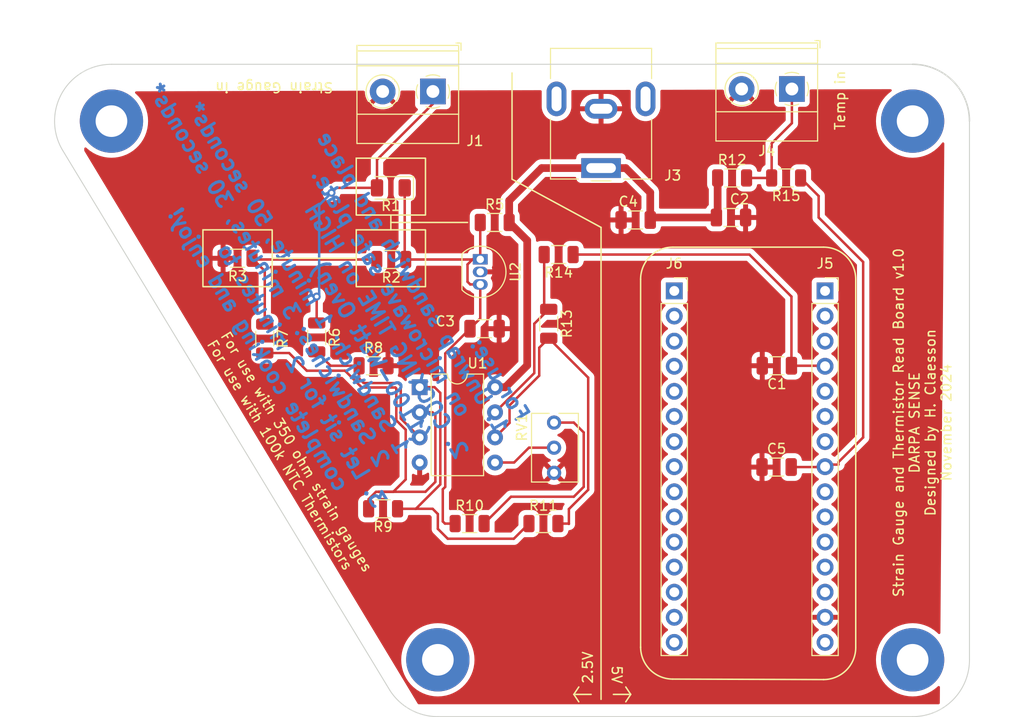
<source format=kicad_pcb>
(kicad_pcb (version 20221018) (generator pcbnew)
  (layers (0 "F.Cu" signal) (31 "B.Cu" signal) (34 "B.Paste" user) (35 "F.Paste" user) (36 "B.SilkS" user "B.Silkscreen") (37 "F.SilkS" user "F.Silkscreen") (38 "B.Mask" user) (39 "F.Mask" user) (44 "Edge.Cuts" user))
  (net 0 "")
  (net 1 "Offset Amp Out")
  (net 2 "GND")
  (net 3 "+5V")
  (net 4 "+2V5")
  (net 5 "Temperature Reading")
  (net 6 "Wheatstone_A")
  (net 7 "Net-(J4-Pin_1)")
  (net 27 "unconnected-(J6-Pin_8-Pad8)")
  (net 31 "unconnected-(J6-Pin_12-Pad12)")
  (net 35 "Wheatstone_B")
  (net 36 "Net-(U1A-+)")
  (net 37 "Net-(U1A--)")
  (net 38 "FG Amp Out")
  (net 39 "Net-(R10-Pad2)")
  (net 40 "Net-(U1B--)")
  (net 41 "Net-(R13-Pad1)")
  (net 42 "Net-(U1B-+)")
  (footprint "Resistor_SMD:R_1206_3216Metric" (layer "F.Cu") (at 134.2875 54.25 180)
    (fp_text reference "R2" (at 0 -1.82) (layer "F.SilkS"))
    (fp_text value "348")
    (fp_line (start -0.727064 -0.91) (end 0.727064 -0.91) (stroke (width 0.12)) (layer "F.SilkS"))
    (fp_line (start -0.727064 0.91) (end 0.727064 0.91) (stroke (width 0.12)) (layer "F.SilkS"))
    (pad "1" smd roundrect (at -1.4625 0 180) (size 1.125 1.75) (layers "F.Cu" "F.Paste" "F.Mask") (roundrect_rratio 0.222222) (net 4 "+2V5"))
    (pad "2" smd roundrect (at 1.4625 0 180) (size 1.125 1.75) (layers "F.Cu" "F.Paste" "F.Mask") (roundrect_rratio 0.222222) (net 35 "Wheatstone_B"))
  )
  (footprint "Resistor_SMD:R_1206_3216Metric" (layer "F.Cu") (at 144.75 50.5)
    (fp_text reference "R5" (at 0 -1.82) (layer "F.SilkS"))
    (fp_text value "110")
    (fp_line (start -0.727064 -0.91) (end 0.727064 -0.91) (stroke (width 0.12)) (layer "F.SilkS"))
    (fp_line (start -0.727064 0.91) (end 0.727064 0.91) (stroke (width 0.12)) (layer "F.SilkS"))
    (pad "1" smd roundrect (at -1.4625 0) (size 1.125 1.75) (layers "F.Cu" "F.Paste" "F.Mask") (roundrect_rratio 0.222222) (net 4 "+2V5"))
    (pad "2" smd roundrect (at 1.4625 0) (size 1.125 1.75) (layers "F.Cu" "F.Paste" "F.Mask") (roundrect_rratio 0.222222) (net 3 "+5V"))
  )
  (footprint "Capacitor_SMD:C_1206_3216Metric" (layer "F.Cu") (at 143.725 61.25)
    (fp_text reference "C3" (at -3.975 -0.75) (layer "F.SilkS"))
    (fp_text value "1uF")
    (fp_line (start -0.711252 -0.91) (end 0.711252 -0.91) (stroke (width 0.12)) (layer "F.SilkS"))
    (fp_line (start -0.711252 0.91) (end 0.711252 0.91) (stroke (width 0.12)) (layer "F.SilkS"))
    (pad "1" smd roundrect (at -1.475 0) (size 1.15 1.8) (layers "F.Cu" "F.Paste" "F.Mask") (roundrect_rratio 0.217391) (net 4 "+2V5"))
    (pad "2" smd roundrect (at 1.475 0) (size 1.15 1.8) (layers "F.Cu" "F.Paste" "F.Mask") (roundrect_rratio 0.217391) (net 2 "GND"))
  )
  (footprint "Capacitor_SMD:C_1206_3216Metric" (layer "F.Cu") (at 173.275 65 180)
    (fp_text reference "C1" (at 0 -1.85) (layer "F.SilkS"))
    (fp_text value "1uF")
    (fp_line (start -0.711252 -0.91) (end 0.711252 -0.91) (stroke (width 0.12)) (layer "F.SilkS"))
    (fp_line (start -0.711252 0.91) (end 0.711252 0.91) (stroke (width 0.12)) (layer "F.SilkS"))
    (pad "1" smd roundrect (at -1.475 0 180) (size 1.15 1.8) (layers "F.Cu" "F.Paste" "F.Mask") (roundrect_rratio 0.217391) (net 1 "Offset Amp Out"))
    (pad "2" smd roundrect (at 1.475 0 180) (size 1.15 1.8) (layers "F.Cu" "F.Paste" "F.Mask") (roundrect_rratio 0.217391) (net 2 "GND"))
  )
  (footprint "Resistor_SMD:R_1206_3216Metric" (layer "F.Cu") (at 151.2125 53.75 180)
    (fp_text reference "R14" (at 0 -1.82) (layer "F.SilkS"))
    (fp_text value "1.96k")
    (fp_line (start -0.727064 -0.91) (end 0.727064 -0.91) (stroke (width 0.12)) (layer "F.SilkS"))
    (fp_line (start -0.727064 0.91) (end 0.727064 0.91) (stroke (width 0.12)) (layer "F.SilkS"))
    (pad "1" smd roundrect (at -1.4625 0 180) (size 1.125 1.75) (layers "F.Cu" "F.Paste" "F.Mask") (roundrect_rratio 0.222222) (net 1 "Offset Amp Out"))
    (pad "2" smd roundrect (at 1.4625 0 180) (size 1.125 1.75) (layers "F.Cu" "F.Paste" "F.Mask") (roundrect_rratio 0.222222) (net 41 "Net-(R13-Pad1)"))
  )
  (footprint "Resistor_SMD:R_1206_3216Metric" (layer "F.Cu") (at 174.2125 46 180)
    (fp_text reference "R15" (at 0 -1.82) (layer "F.SilkS"))
    (fp_text value "10k")
    (fp_line (start -0.727064 -0.91) (end 0.727064 -0.91) (stroke (width 0.12)) (layer "F.SilkS"))
    (fp_line (start -0.727064 0.91) (end 0.727064 0.91) (stroke (width 0.12)) (layer "F.SilkS"))
    (pad "1" smd roundrect (at -1.4625 0 180) (size 1.125 1.75) (layers "F.Cu" "F.Paste" "F.Mask") (roundrect_rratio 0.222222) (net 5 "Temperature Reading"))
    (pad "2" smd roundrect (at 1.4625 0 180) (size 1.125 1.75) (layers "F.Cu" "F.Paste" "F.Mask") (roundrect_rratio 0.222222) (net 7 "Net-(J4-Pin_1)"))
  )
  (footprint "Resistor_SMD:R_1206_3216Metric" (layer "F.Cu") (at 126.75 62.1325 -90)
    (fp_text reference "R6" (at 0 -1.82 90) (layer "F.SilkS"))
    (fp_text value "6.98k")
    (fp_line (start -0.727064 -0.91) (end 0.727064 -0.91) (stroke (width 0.12)) (layer "F.SilkS"))
    (fp_line (start -0.727064 0.91) (end 0.727064 0.91) (stroke (width 0.12)) (layer "F.SilkS"))
    (pad "1" smd roundrect (at -1.4625 0 270) (size 1.125 1.75) (layers "F.Cu" "F.Paste" "F.Mask") (roundrect_rratio 0.222222) (net 6 "Wheatstone_A"))
    (pad "2" smd roundrect (at 1.4625 0 270) (size 1.125 1.75) (layers "F.Cu" "F.Paste" "F.Mask") (roundrect_rratio 0.222222) (net 36 "Net-(U1A-+)"))
  )
  (footprint "Capacitor_SMD:C_1206_3216Metric" (layer "F.Cu") (at 168.64 50)
    (fp_text reference "C2" (at 0.86 -1.85) (layer "F.SilkS"))
    (fp_text value "100nF")
    (fp_line (start -0.711252 -0.91) (end 0.711252 -0.91) (stroke (width 0.12)) (layer "F.SilkS"))
    (fp_line (start -0.711252 0.91) (end 0.711252 0.91) (stroke (width 0.12)) (layer "F.SilkS"))
    (pad "1" smd roundrect (at -1.475 0) (size 1.15 1.8) (layers "F.Cu" "F.Paste" "F.Mask") (roundrect_rratio 0.217391) (net 3 "+5V"))
    (pad "2" smd roundrect (at 1.475 0) (size 1.15 1.8) (layers "F.Cu" "F.Paste" "F.Mask") (roundrect_rratio 0.217391) (net 2 "GND"))
  )
  (footprint "Capacitor_SMD:C_1206_3216Metric" (layer "F.Cu") (at 159 50.25)
    (fp_text reference "C4" (at -0.75 -1.85) (layer "F.SilkS"))
    (fp_text value "220uF")
    (fp_line (start -0.711252 -0.91) (end 0.711252 -0.91) (stroke (width 0.12)) (layer "F.SilkS"))
    (fp_line (start -0.711252 0.91) (end 0.711252 0.91) (stroke (width 0.12)) (layer "F.SilkS"))
    (pad "1" smd roundrect (at -1.475 0) (size 1.15 1.8) (layers "F.Cu" "F.Paste" "F.Mask") (roundrect_rratio 0.217391) (net 2 "GND"))
    (pad "2" smd roundrect (at 1.475 0) (size 1.15 1.8) (layers "F.Cu" "F.Paste" "F.Mask") (roundrect_rratio 0.217391) (net 3 "+5V"))
  )
  (footprint "Resistor_SMD:R_1206_3216Metric" (layer "F.Cu") (at 121.5 62.25 -90)
    (fp_text reference "R7" (at 0 -1.82 90) (layer "F.SilkS"))
    (fp_text value "6.98k")
    (fp_line (start -0.727064 -0.91) (end 0.727064 -0.91) (stroke (width 0.12)) (layer "F.SilkS"))
    (fp_line (start -0.727064 0.91) (end 0.727064 0.91) (stroke (width 0.12)) (layer "F.SilkS"))
    (pad "1" smd roundrect (at -1.4625 0 270) (size 1.125 1.75) (layers "F.Cu" "F.Paste" "F.Mask") (roundrect_rratio 0.222222) (net 35 "Wheatstone_B"))
    (pad "2" smd roundrect (at 1.4625 0 270) (size 1.125 1.75) (layers "F.Cu" "F.Paste" "F.Mask") (roundrect_rratio 0.222222) (net 37 "Net-(U1A--)"))
  )
  (footprint "MountingHole:MountingHole_3.2mm_M3_Pad" (layer "F.Cu") (at 106 40.25)
    (fp_text reference "REF**" hide)
    (fp_text value "MountingHole_3.2mm_M3_Pad")
    (pad "1" thru_hole circle (at 0 0) (size 6.4 6.4) (drill 3.2) (layers "*.Cu" "*.Mask"))
  )
  (footprint "Connector_BarrelJack:BarrelJack_CUI_PJ-063AH_Horizontal" (layer "F.Cu") (at 155.5 45 180)
    (fp_text reference "J3" (at -7.25 -0.75) (layer "F.SilkS"))
    (fp_text value "+5V in")
    (fp_line (start -5.11 -1.11) (end -2.3 -1.11) (stroke (width 0.12)) (layer "F.SilkS"))
    (fp_line (start -5.11 4.95) (end -5.11 -1.11) (stroke (width 0.12)) (layer "F.SilkS"))
    (fp_line (start -5.11 12.11) (end -5.11 9.05) (stroke (width 0.12)) (layer "F.SilkS"))
    (fp_line (start -1 -1.3) (end 1 -1.3) (stroke (width 0.12)) (layer "F.SilkS"))
    (fp_line (start 2.3 -1.11) (end 5.11 -1.11) (stroke (width 0.12)) (layer "F.SilkS"))
    (fp_line (start 5.11 -1.11) (end 5.11 4.95) (stroke (width 0.12)) (layer "F.SilkS"))
    (fp_line (start 5.11 9.05) (end 5.11 12.11) (stroke (width 0.12)) (layer "F.SilkS"))
    (fp_line (start 5.11 12.11) (end -5.11 12.11) (stroke (width 0.12)) (layer "F.SilkS"))
    (pad "" np_thru_hole circle (at 0 9 180) (size 1.6 1.6) (drill 1.6) (layers "*.Cu" "*.Mask"))
    (pad "1" thru_hole rect (at 0 0 180) (size 4 2) (drill oval 3 1) (layers "*.Cu" "*.Mask") (net 3 "+5V"))
    (pad "2" thru_hole oval (at 0 6 180) (size 3.3 2) (drill oval 2.3 1) (layers "*.Cu" "*.Mask") (net 2 "GND"))
    (pad "MP" thru_hole oval (at -4.5 7 180) (size 2 3.5) (drill oval 1 2.5) (layers "*.Cu" "*.Mask"))
    (pad "MP" thru_hole oval (at 4.5 7 180) (size 2 3.5) (drill oval 1 2.5) (layers "*.Cu" "*.Mask"))
  )
  (footprint "Capacitor_SMD:C_1206_3216Metric" (layer "F.Cu") (at 173.25 75.25)
    (fp_text reference "C5" (at 0 -1.85) (layer "F.SilkS"))
    (fp_text value "10uF")
    (fp_line (start -0.711252 -0.91) (end 0.711252 -0.91) (stroke (width 0.12)) (layer "F.SilkS"))
    (fp_line (start -0.711252 0.91) (end 0.711252 0.91) (stroke (width 0.12)) (layer "F.SilkS"))
    (pad "1" smd roundrect (at -1.475 0) (size 1.15 1.8) (layers "F.Cu" "F.Paste" "F.Mask") (roundrect_rratio 0.217391) (net 2 "GND"))
    (pad "2" smd roundrect (at 1.475 0) (size 1.15 1.8) (layers "F.Cu" "F.Paste" "F.Mask") (roundrect_rratio 0.217391) (net 5 "Temperature Reading"))
  )
  (footprint "Resistor_SMD:R_1206_3216Metric" (layer "F.Cu") (at 142.2125 80.97)
    (fp_text reference "R10" (at 0 -1.82) (layer "F.SilkS"))
    (fp_text value "3k")
    (fp_line (start -0.727064 -0.91) (end 0.727064 -0.91) (stroke (width 0.12)) (layer "F.SilkS"))
    (fp_line (start -0.727064 0.91) (end 0.727064 0.91) (stroke (width 0.12)) (layer "F.SilkS"))
    (pad "1" smd roundrect (at -1.4625 0) (size 1.125 1.75) (layers "F.Cu" "F.Paste" "F.Mask") (roundrect_rratio 0.222222) (net 4 "+2V5"))
    (pad "2" smd roundrect (at 1.4625 0) (size 1.125 1.75) (layers "F.Cu" "F.Paste" "F.Mask") (roundrect_rratio 0.222222) (net 39 "Net-(R10-Pad2)"))
  )
  (footprint "Resistor_SMD:R_1206_3216Metric" (layer "F.Cu") (at 168.75 46)
    (fp_text reference "R12" (at 0 -1.82) (layer "F.SilkS"))
    (fp_text value "348")
    (fp_line (start -0.727064 -0.91) (end 0.727064 -0.91) (stroke (width 0.12)) (layer "F.SilkS"))
    (fp_line (start -0.727064 0.91) (end 0.727064 0.91) (stroke (width 0.12)) (layer "F.SilkS"))
    (pad "1" smd roundrect (at -1.4625 0) (size 1.125 1.75) (layers "F.Cu" "F.Paste" "F.Mask") (roundrect_rratio 0.222222) (net 3 "+5V"))
    (pad "2" smd roundrect (at 1.4625 0) (size 1.125 1.75) (layers "F.Cu" "F.Paste" "F.Mask") (roundrect_rratio 0.222222) (net 7 "Net-(J4-Pin_1)"))
  )
  (footprint "MountingHole:MountingHole_3.2mm_M3_Pad" (layer "F.Cu") (at 187 40.25)
    (fp_text reference "REF**" hide)
    (fp_text value "MountingHole_3.2mm_M3_Pad")
    (pad "1" thru_hole circle (at 0 0) (size 6.4 6.4) (drill 3.2) (layers "*.Cu" "*.Mask"))
  )
  (footprint "Package_DIP:DIP-8_W7.62mm" (layer "F.Cu") (at 137.1625 67.17)
    (fp_text reference "U1" (at 5.8375 -2.42) (layer "F.SilkS"))
    (fp_text value "LM358")
    (fp_line (start 1.16 -1.33) (end 1.16 8.95) (stroke (width 0.12)) (layer "F.SilkS"))
    (fp_line (start 1.16 8.95) (end 6.46 8.95) (stroke (width 0.12)) (layer "F.SilkS"))
    (fp_line (start 2.81 -1.33) (end 1.16 -1.33) (stroke (width 0.12)) (layer "F.SilkS"))
    (fp_line (start 6.46 -1.33) (end 4.81 -1.33) (stroke (width 0.12)) (layer "F.SilkS"))
    (fp_line (start 6.46 8.95) (end 6.46 -1.33) (stroke (width 0.12)) (layer "F.SilkS"))
    (fp_arc (start 4.81 -1.33) (mid 3.81 -0.33) (end 2.81 -1.33) (stroke (width 0.12)) (layer "F.SilkS"))
    (pad "1" thru_hole rect (at 0 0) (size 1.6 1.6) (drill 0.8) (layers "*.Cu" "*.Mask") (net 38 "FG Amp Out"))
    (pad "2" thru_hole oval (at 0 2.54) (size 1.6 1.6) (drill 0.8) (layers "*.Cu" "*.Mask") (net 37 "Net-(U1A--)"))
    (pad "3" thru_hole oval (at 0 5.08) (size 1.6 1.6) (drill 0.8) (layers "*.Cu" "*.Mask") (net 36 "Net-(U1A-+)"))
    (pad "4" thru_hole oval (at 0 7.62) (size 1.6 1.6) (drill 0.8) (layers "*.Cu" "*.Mask") (net 2 "GND"))
    (pad "5" thru_hole oval (at 7.62 7.62) (size 1.6 1.6) (drill 0.8) (layers "*.Cu" "*.Mask") (net 42 "Net-(U1B-+)"))
    (pad "6" thru_hole oval (at 7.62 5.08) (size 1.6 1.6) (drill 0.8) (layers "*.Cu" "*.Mask") (net 40 "Net-(U1B--)"))
    (pad "7" thru_hole oval (at 7.62 2.54) (size 1.6 1.6) (drill 0.8) (layers "*.Cu" "*.Mask") (net 41 "Net-(R13-Pad1)"))
    (pad "8" thru_hole oval (at 7.62 0) (size 1.6 1.6) (drill 0.8) (layers "*.Cu" "*.Mask") (net 3 "+5V"))
  )
  (footprint "LED_SMD:LED_1206_3216Metric" (layer "F.Cu") (at 134.25 47 180)
    (fp_text reference "R1" (at 0 -1.82) (layer "F.SilkS"))
    (fp_text value "348")
    (fp_line (start -2.285 -1.135) (end -2.285 1.135) (stroke (width 0.12)) (layer "F.SilkS"))
    (fp_line (start -2.285 1.135) (end 1.6 1.135) (stroke (width 0.12)) (layer "F.SilkS"))
    (fp_line (start 1.6 -1.135) (end -2.285 -1.135) (stroke (width 0.12)) (layer "F.SilkS"))
    (pad "1" smd roundrect (at -1.4 0 180) (size 1.25 1.75) (layers "F.Cu" "F.Paste" "F.Mask") (roundrect_rratio 0.2) (net 4 "+2V5"))
    (pad "2" smd roundrect (at 1.4 0 180) (size 1.25 1.75) (layers "F.Cu" "F.Paste" "F.Mask") (roundrect_rratio 0.2) (net 6 "Wheatstone_A"))
  )
  (footprint "Package_TO_SOT_THT:TO-92_Inline" (layer "F.Cu") (at 143.2875 54.23 -90)
    (fp_text reference "U2" (at 1.27 -3.56 90) (layer "F.SilkS"))
    (fp_text value "TL431LP")
    (fp_line (start -0.53 1.85) (end 3.07 1.85) (stroke (width 0.12)) (layer "F.SilkS"))
    (fp_arc (start -0.568478 1.838478) (mid -1.132087 -0.994977) (end 1.27 -2.6) (stroke (width 0.12)) (layer "F.SilkS"))
    (fp_arc (start 1.27 -2.6) (mid 3.672087 -0.994977) (end 3.108478 1.838478) (stroke (width 0.12)) (layer "F.SilkS"))
    (pad "1" thru_hole rect (at 0 0 270) (size 1.05 1.5) (drill 0.75) (layers "*.Cu" "*.Mask") (net 4 "+2V5"))
    (pad "2" thru_hole oval (at 1.27 0 270) (size 1.05 1.5) (drill 0.75) (layers "*.Cu" "*.Mask") (net 2 "GND"))
    (pad "3" thru_hole oval (at 2.54 0 270) (size 1.05 1.5) (drill 0.75) (layers "*.Cu" "*.Mask") (net 4 "+2V5"))
  )
  (footprint "MountingHole:MountingHole_3.2mm_M3_Pad" (layer "F.Cu") (at 187 94.75)
    (fp_text reference "REF**" hide)
    (fp_text value "MountingHole_3.2mm_M3_Pad")
    (pad "1" thru_hole circle (at 0 0) (size 6.4 6.4) (drill 3.2) (layers "*.Cu" "*.Mask"))
  )
  (footprint "Resistor_SMD:R_1206_3216Metric" (layer "F.Cu") (at 133.4625 79.47 180)
    (fp_text reference "R9" (at 0 -1.82) (layer "F.SilkS"))
    (fp_text value "348k")
    (fp_line (start -0.727064 -0.91) (end 0.727064 -0.91) (stroke (width 0.12)) (layer "F.SilkS"))
    (fp_line (start -0.727064 0.91) (end 0.727064 0.91) (stroke (width 0.12)) (layer "F.SilkS"))
    (pad "1" smd roundrect (at -1.4625 0 180) (size 1.125 1.75) (layers "F.Cu" "F.Paste" "F.Mask") (roundrect_rratio 0.222222) (net 38 "FG Amp Out"))
    (pad "2" smd roundrect (at 1.4625 0 180) (size 1.125 1.75) (layers "F.Cu" "F.Paste" "F.Mask") (roundrect_rratio 0.222222) (net 37 "Net-(U1A--)"))
  )
  (footprint "Resistor_SMD:R_1206_3216Metric" (layer "F.Cu") (at 150.2125 60.75 -90)
    (fp_text reference "R13" (at 0 -1.82 90) (layer "F.SilkS"))
    (fp_text value "348k")
    (fp_line (start -0.727064 -0.91) (end 0.727064 -0.91) (stroke (width 0.12)) (layer "F.SilkS"))
    (fp_line (start -0.727064 0.91) (end 0.727064 0.91) (stroke (width 0.12)) (layer "F.SilkS"))
    (pad "1" smd roundrect (at -1.4625 0 270) (size 1.125 1.75) (layers "F.Cu" "F.Paste" "F.Mask") (roundrect_rratio 0.222222) (net 41 "Net-(R13-Pad1)"))
    (pad "2" smd roundrect (at 1.4625 0 270) (size 1.125 1.75) (layers "F.Cu" "F.Paste" "F.Mask") (roundrect_rratio 0.222222) (net 40 "Net-(U1B--)"))
  )
  (footprint "TerminalBlock_Phoenix:TerminalBlock_Phoenix_MKDS-1,5-2-5.08_1x02_P5.08mm_Horizontal" (layer "F.Cu") (at 174.795 37 180)
    (fp_text reference "J4" (at 2.54 -6.26) (layer "F.SilkS"))
    (fp_text value "Thermistor In")
    (fp_line (start -2.84 4.16) (end -2.84 4.9) (stroke (width 0.12)) (layer "F.SilkS"))
    (fp_line (start -2.84 4.9) (end -2.34 4.9) (stroke (width 0.12)) (layer "F.SilkS"))
    (fp_line (start -2.6 -5.261) (end -2.6 4.66) (stroke (width 0.12)) (layer "F.SilkS"))
    (fp_line (start -2.6 -5.261) (end 7.68 -5.261) (stroke (width 0.12)) (layer "F.SilkS"))
    (fp_line (start -2.6 -2.301) (end 7.68 -2.301) (stroke (width 0.12)) (layer "F.SilkS"))
    (fp_line (start -2.6 2.6) (end 7.68 2.6) (stroke (width 0.12)) (layer "F.SilkS"))
    (fp_line (start -2.6 4.1) (end 7.68 4.1) (stroke (width 0.12)) (layer "F.SilkS"))
    (fp_line (start -2.6 4.66) (end 7.68 4.66) (stroke (width 0.12)) (layer "F.SilkS"))
    (fp_line (start 3.853 1.023) (end 3.806 1.069) (stroke (width 0.12)) (layer "F.SilkS"))
    (fp_line (start 4.046 1.239) (end 4.011 1.274) (stroke (width 0.12)) (layer "F.SilkS"))
    (fp_line (start 6.15 -1.275) (end 6.115 -1.239) (stroke (width 0.12)) (layer "F.SilkS"))
    (fp_line (start 6.355 -1.069) (end 6.308 -1.023) (stroke (width 0.12)) (layer "F.SilkS"))
    (fp_line (start 7.68 -5.261) (end 7.68 4.66) (stroke (width 0.12)) (layer "F.SilkS"))
    (fp_arc (start -1.535427 0.683042) (mid -1.680501 -0.000524) (end -1.535 -0.684) (stroke (width 0.12)) (layer "F.SilkS"))
    (fp_arc (start -0.683042 -1.535427) (mid 0.000524 -1.680501) (end 0.684 -1.535) (stroke (width 0.12)) (layer "F.SilkS"))
    (fp_arc (start 0.028805 1.680253) (mid -0.335551 1.646659) (end -0.684 1.535) (stroke (width 0.12)) (layer "F.SilkS"))
    (fp_arc (start 0.683318 1.534756) (mid 0.349292 1.643288) (end 0 1.68) (stroke (width 0.12)) (layer "F.SilkS"))
    (fp_arc (start 1.535427 -0.683042) (mid 1.680501 0.000524) (end 1.535 0.684) (stroke (width 0.12)) (layer "F.SilkS"))
    (fp_circle (center 5.08 0) (end 6.76 0) (stroke (width 0.12)) (fill none) (layer "F.SilkS"))
    (pad "1" thru_hole rect (at 0 0 180) (size 2.6 2.6) (drill 1.3) (layers "*.Cu" "*.Mask") (net 7 "Net-(J4-Pin_1)"))
    (pad "2" thru_hole circle (at 5.08 0 180) (size 2.6 2.6) (drill 1.3) (layers "*.Cu" "*.Mask") (net 2 "GND"))
  )
  (footprint "Connector_PinSocket_2.54mm:PinSocket_1x15_P2.54mm_Vertical" (layer "F.Cu") (at 178.15 57.43)
    (fp_text reference "J5" (at 0 -2.77) (layer "F.SilkS"))
    (fp_text value "Nano Rail A")
    (fp_line (start -1.33 1.27) (end -1.33 36.89) (stroke (width 0.12)) (layer "F.SilkS"))
    (fp_line (start -1.33 1.27) (end 1.33 1.27) (stroke (width 0.12)) (layer "F.SilkS"))
    (fp_line (start -1.33 36.89) (end 1.33 36.89) (stroke (width 0.12)) (layer "F.SilkS"))
    (fp_line (start 0 -1.33) (end 1.33 -1.33) (stroke (width 0.12)) (layer "F.SilkS"))
    (fp_line (start 1.33 -1.33) (end 1.33 0) (stroke (width 0.12)) (layer "F.SilkS"))
    (fp_line (start 1.33 1.27) (end 1.33 36.89) (stroke (width 0.12)) (layer "F.SilkS"))
    (pad "1" thru_hole rect (at 0 0) (size 1.7 1.7) (drill 1) (layers "*.Cu" "*.Mask"))
    (pad "2" thru_hole oval (at 0 2.54) (size 1.7 1.7) (drill 1) (layers "*.Cu" "*.Mask"))
    (pad "3" thru_hole oval (at 0 5.08) (size 1.7 1.7) (drill 1) (layers "*.Cu" "*.Mask"))
    (pad "4" thru_hole oval (at 0 7.62) (size 1.7 1.7) (drill 1) (layers "*.Cu" "*.Mask") (net 1 "Offset Amp Out"))
    (pad "5" thru_hole oval (at 0 10.16) (size 1.7 1.7) (drill 1) (layers "*.Cu" "*.Mask"))
    (pad "6" thru_hole oval (at 0 12.7) (size 1.7 1.7) (drill 1) (layers "*.Cu" "*.Mask"))
    (pad "7" thru_hole oval (at 0 15.24) (size 1.7 1.7) (drill 1) (layers "*.Cu" "*.Mask"))
    (pad "8" thru_hole oval (at 0 17.78) (size 1.7 1.7) (drill 1) (layers "*.Cu" "*.Mask") (net 5 "Temperature Reading"))
    (pad "9" thru_hole oval (at 0 20.32) (size 1.7 1.7) (drill 1) (layers "*.Cu" "*.Mask"))
    (pad "10" thru_hole oval (at 0 22.86) (size 1.7 1.7) (drill 1) (layers "*.Cu" "*.Mask"))
    (pad "11" thru_hole oval (at 0 25.4) (size 1.7 1.7) (drill 1) (layers "*.Cu" "*.Mask"))
    (pad "12" thru_hole oval (at 0 27.94) (size 1.7 1.7) (drill 1) (layers "*.Cu" "*.Mask"))
    (pad "13" thru_hole oval (at 0 30.48) (size 1.7 1.7) (drill 1) (layers "*.Cu" "*.Mask"))
    (pad "14" thru_hole oval (at 0 33.02) (size 1.7 1.7) (drill 1) (layers "*.Cu" "*.Mask") (net 2 "GND"))
    (pad "15" thru_hole oval (at 0 35.56) (size 1.7 1.7) (drill 1) (layers "*.Cu" "*.Mask"))
  )
  (footprint "Resistor_SMD:R_1206_3216Metric" (layer "F.Cu") (at 149.675 80.97)
    (fp_text reference "R11" (at 0 -1.82) (layer "F.SilkS"))
    (fp_text value "8.66k")
    (fp_line (start -0.727064 -0.91) (end 0.727064 -0.91) (stroke (width 0.12)) (layer "F.SilkS"))
    (fp_line (start -0.727064 0.91) (end 0.727064 0.91) (stroke (width 0.12)) (layer "F.SilkS"))
    (pad "1" smd roundrect (at -1.4625 0) (size 1.125 1.75) (layers "F.Cu" "F.Paste" "F.Mask") (roundrect_rratio 0.222222) (net 38 "FG Amp Out"))
    (pad "2" smd roundrect (at 1.4625 0) (size 1.125 1.75) (layers "F.Cu" "F.Paste" "F.Mask") (roundrect_rratio 0.222222) (net 40 "Net-(U1B--)"))
  )
  (footprint "MountingHole:MountingHole_3.2mm_M3_Pad" (layer "F.Cu") (at 139 94.75)
    (fp_text reference "REF**" hide)
    (fp_text value "MountingHole_3.2mm_M3_Pad")
    (pad "1" thru_hole circle (at 0 0) (size 6.4 6.4) (drill 3.2) (layers "*.Cu" "*.Mask"))
  )
  (footprint "Resistor_SMD:R_1206_3216Metric" (layer "F.Cu") (at 118.75 54.122427 180)
    (fp_text reference "R3" (at 0 -1.82) (layer "F.SilkS"))
    (fp_text value "348")
    (fp_line (start -0.727064 -0.91) (end 0.727064 -0.91) (stroke (width 0.12)) (layer "F.SilkS"))
    (fp_line (start -0.727064 0.91) (end 0.727064 0.91) (stroke (width 0.12)) (layer "F.SilkS"))
    (pad "1" smd roundrect (at -1.4625 0 180) (size 1.125 1.75) (layers "F.Cu" "F.Paste" "F.Mask") (roundrect_rratio 0.222222) (net 35 "Wheatstone_B"))
    (pad "2" smd roundrect (at 1.4625 0 180) (size 1.125 1.75) (layers "F.Cu" "F.Paste" "F.Mask") (roundrect_rratio 0.222222) (net 2 "GND"))
  )
  (footprint "TerminalBlock_Phoenix:TerminalBlock_Phoenix_MKDS-1,5-2-5.08_1x02_P5.08mm_Horizontal" (layer "F.Cu") (at 138.5 37.25 180)
    (fp_text reference "J1" (at -4.25 -5) (layer "F.SilkS"))
    (fp_text value "Strain Gauge")
    (fp_line (start -2.84 4.16) (end -2.84 4.9) (stroke (width 0.12)) (layer "F.SilkS"))
    (fp_line (start -2.84 4.9) (end -2.34 4.9) (stroke (width 0.12)) (layer "F.SilkS"))
    (fp_line (start -2.6 -5.261) (end -2.6 4.66) (stroke (width 0.12)) (layer "F.SilkS"))
    (fp_line (start -2.6 -5.261) (end 7.68 -5.261) (stroke (width 0.12)) (layer "F.SilkS"))
    (fp_line (start -2.6 -2.301) (end 7.68 -2.301) (stroke (width 0.12)) (layer "F.SilkS"))
    (fp_line (start -2.6 2.6) (end 7.68 2.6) (stroke (width 0.12)) (layer "F.SilkS"))
    (fp_line (start -2.6 4.1) (end 7.68 4.1) (stroke (width 0.12)) (layer "F.SilkS"))
    (fp_line (start -2.6 4.66) (end 7.68 4.66) (stroke (width 0.12)) (layer "F.SilkS"))
    (fp_line (start 3.853 1.023) (end 3.806 1.069) (stroke (width 0.12)) (layer "F.SilkS"))
    (fp_line (start 4.046 1.239) (end 4.011 1.274) (stroke (width 0.12)) (layer "F.SilkS"))
    (fp_line (start 6.15 -1.275) (end 6.115 -1.239) (stroke (width 0.12)) (layer "F.SilkS"))
    (fp_line (start 6.355 -1.069) (end 6.308 -1.023) (stroke (width 0.12)) (layer "F.SilkS"))
    (fp_line (start 7.68 -5.261) (end 7.68 4.66) (stroke (width 0.12)) (layer "F.SilkS"))
    (fp_arc (start -1.535427 0.683042) (mid -1.680501 -0.000524) (end -1.535 -0.684) (stroke (width 0.12)) (layer "F.SilkS"))
    (fp_arc (start -0.683042 -1.535427) (mid 0.000524 -1.680501) (end 0.684 -1.535) (stroke (width 0.12)) (layer "F.SilkS"))
    (fp_arc (start 0.028805 1.680253) (mid -0.335551 1.646659) (end -0.684 1.535) (stroke (width 0.12)) (layer "F.SilkS"))
    (fp_arc (start 0.683318 1.534756) (mid 0.349292 1.643288) (end 0 1.68) (stroke (width 0.12)) (layer "F.SilkS"))
    (fp_arc (start 1.535427 -0.683042) (mid 1.680501 0.000524) (end 1.535 0.684) (stroke (width 0.12)) (layer "F.SilkS"))
    (fp_circle (center 5.08 0) (end 6.76 0) (stroke (width 0.12)) (fill none) (layer "F.SilkS"))
    (pad "1" thru_hole rect (at 0 0 180) (size 2.6 2.6) (drill 1.3) (layers "*.Cu" "*.Mask") (net 6 "Wheatstone_A"))
    (pad "2" thru_hole circle (at 5.08 0 180) (size 2.6 2.6) (drill 1.3) (layers "*.Cu" "*.Mask") (net 2 "GND"))
  )
  (footprint "Connector_PinSocket_2.54mm:PinSocket_1x15_P2.54mm_Vertical" (layer "F.Cu") (at 162.9045 57.43)
    (fp_text reference "J6" (at 0 -2.77) (layer "F.SilkS"))
    (fp_text value "Nano Rail B")
    (fp_line (start -1.33 1.27) (end -1.33 36.89) (stroke (width 0.12)) (layer "F.SilkS"))
    (fp_line (start -1.33 1.27) (end 1.33 1.27) (stroke (width 0.12)) (layer "F.SilkS"))
    (fp_line (start -1.33 36.89) (end 1.33 36.89) (stroke (width 0.12)) (layer "F.SilkS"))
    (fp_line (start 0 -1.33) (end 1.33 -1.33) (stroke (width 0.12)) (layer "F.SilkS"))
    (fp_line (start 1.33 -1.33) (end 1.33 0) (stroke (width 0.12)) (layer "F.SilkS"))
    (fp_line (start 1.33 1.27) (end 1.33 36.89) (stroke (width 0.12)) (layer "F.SilkS"))
    (pad "1" thru_hole rect (at 0 0) (size 1.7 1.7) (drill 1) (layers "*.Cu" "*.Mask"))
    (pad "2" thru_hole oval (at 0 2.54) (size 1.7 1.7) (drill 1) (layers "*.Cu" "*.Mask"))
    (pad "3" thru_hole oval (at 0 5.08) (size 1.7 1.7) (drill 1) (layers "*.Cu" "*.Mask"))
    (pad "4" thru_hole oval (at 0 7.62) (size 1.7 1.7) (drill 1) (layers "*.Cu" "*.Mask"))
    (pad "5" thru_hole oval (at 0 10.16) (size 1.7 1.7) (drill 1) (layers "*.Cu" "*.Mask"))
    (pad "6" thru_hole oval (at 0 12.7) (size 1.7 1.7) (drill 1) (layers "*.Cu" "*.Mask"))
    (pad "7" thru_hole oval (at 0 15.24) (size 1.7 1.7) (drill 1) (layers "*.Cu" "*.Mask"))
    (pad "8" thru_hole oval (at 0 17.78) (size 1.7 1.7) (drill 1) (layers "*.Cu" "*.Mask") (net 27 "unconnected-(J6-Pin_8-Pad8)"))
    (pad "9" thru_hole oval (at 0 20.32) (size 1.7 1.7) (drill 1) (layers "*.Cu" "*.Mask"))
    (pad "10" thru_hole oval (at 0 22.86) (size 1.7 1.7) (drill 1) (layers "*.Cu" "*.Mask"))
    (pad "11" thru_hole oval (at 0 25.4) (size 1.7 1.7) (drill 1) (layers "*.Cu" "*.Mask"))
    (pad "12" thru_hole oval (at 0 27.94) (size 1.7 1.7) (drill 1) (layers "*.Cu" "*.Mask") (net 31 "unconnected-(J6-Pin_12-Pad12)"))
    (pad "13" thru_hole oval (at 0 30.48) (size 1.7 1.7) (drill 1) (layers "*.Cu" "*.Mask"))
    (pad "14" thru_hole oval (at 0 33.02) (size 1.7 1.7) (drill 1) (layers "*.Cu" "*.Mask"))
    (pad "15" thru_hole oval (at 0 35.56) (size 1.7 1.7) (drill 1) (layers "*.Cu" "*.Mask"))
  )
  (footprint "Potentiometer_THT:Potentiometer_Bourns_3266Y_Vertical" (layer "F.Cu") (at 150.75 70.75 90)
    (fp_text reference "RV1" (at -0.5 -3.25 90) (layer "F.SilkS"))
    (fp_text value "1k")
    (fp_line (start -6.015 -2.28) (end -6.015 -0.494) (stroke (width 0.12)) (layer "F.SilkS"))
    (fp_line (start -6.015 -2.28) (end 0.935 -2.28) (stroke (width 0.12)) (layer "F.SilkS"))
    (fp_line (start -6.015 0.496) (end -6.015 2.46) (stroke (width 0.12)) (layer "F.SilkS"))
    (fp_line (start -6.015 2.46) (end 0.935 2.46) (stroke (width 0.12)) (layer "F.SilkS"))
    (fp_line (start 0.935 -2.28) (end 0.935 -0.494) (stroke (width 0.12)) (layer "F.SilkS"))
    (fp_line (start 0.935 0.496) (end 0.935 2.46) (stroke (width 0.12)) (layer "F.SilkS"))
    (pad "1" thru_hole circle (at 0 0 90) (size 1.44 1.44) (drill 0.8) (layers "*.Cu" "*.Mask") (net 39 "Net-(R10-Pad2)"))
    (pad "2" thru_hole circle (at -2.54 0 90) (size 1.44 1.44) (drill 0.8) (layers "*.Cu" "*.Mask") (net 42 "Net-(U1B-+)"))
    (pad "3" thru_hole circle (at -5.08 0 90) (size 1.44 1.44) (drill 0.8) (layers "*.Cu" "*.Mask") (net 2 "GND"))
  )
  (footprint "Resistor_SMD:R_1206_3216Metric" (layer "F.Cu") (at 132.5 65)
    (fp_text reference "R8" (at 0 -1.82) (layer "F.SilkS"))
    (fp_text value "348k")
    (fp_line (start -0.727064 -0.91) (end 0.727064 -0.91) (stroke (width 0.12)) (layer "F.SilkS"))
    (fp_line (start -0.727064 0.91) (end 0.727064 0.91) (stroke (width 0.12)) (layer "F.SilkS"))
    (pad "1" smd roundrect (at -1.4625 0) (size 1.125 1.75) (layers "F.Cu" "F.Paste" "F.Mask") (roundrect_rratio 0.222222) (net 36 "Net-(U1A-+)"))
    (pad "2" smd roundrect (at 1.4625 0) (size 1.125 1.75) (layers "F.Cu" "F.Paste" "F.Mask") (roundrect_rratio 0.222222) (net 2 "GND"))
  )
  (gr_rect (start 130.75 44) (end 137.75 49.75) (stroke (width 0.15)) (fill none) (layer "F.SilkS"))
  (gr_line (start 154.5 98.25) (end 152.75 98.25) (stroke (width 0.15)) (layer "F.SilkS"))
  (gr_rect (start 130.75 51.25) (end 137.75 57) (stroke (width 0.15)) (fill none) (layer "F.SilkS"))
  (gr_line (start 158.5 98.25) (end 158 97.5) (stroke (width 0.15)) (layer "F.SilkS"))
  (gr_line (start 134.25 49.75) (end 134.25 51.25) (stroke (width 0.15)) (layer "F.SilkS"))
  (gr_line (start 158.5 98.25) (end 158 99) (stroke (width 0.15)) (layer "F.SilkS"))
  (gr_line (start 146.5 46.125) (end 155.5 51) (stroke (width 0.15)) (layer "F.SilkS"))
  (gr_line (start 134.25 50.5) (end 142 50.5) (stroke (width 0.15)) (layer "F.SilkS"))
  (gr_line (start 152.75 98.25) (end 153.25 99) (stroke (width 0.15)) (layer "F.SilkS"))
  (gr_line (start 162.75 96.701903) (end 178 96.75) (stroke (width 0.15)) (layer "F.SilkS"))
  (gr_line (start 159.5 56.25) (end 159.5 93.52) (stroke (width 0.15)) (layer "F.SilkS"))
  (gr_line (start 155.5 51) (end 155.5 98.75) (stroke (width 0.15)) (layer "F.SilkS"))
  (gr_arc (start 178 53) (mid 180.298097 53.951903) (end 181.25 56.25) (stroke (width 0.15)) (layer "F.SilkS"))
  (gr_line (start 130.75 54.125) (end 122.25 54.122427) (stroke (width 0.15)) (layer "F.SilkS"))
  (gr_arc (start 181.25 93.5) (mid 180.298097 95.798097) (end 178 96.75) (stroke (width 0.15)) (layer "F.SilkS"))
  (gr_line (start 152.75 98.25) (end 153.25 97.5) (stroke (width 0.15)) (layer "F.SilkS"))
  (gr_arc (start 162.75 96.701903) (mid 160.451903 95.75) (end 159.5 93.451903) (stroke (width 0.15)) (layer "F.SilkS"))
  (gr_arc (start 159.5 56.25) (mid 160.451903 53.951903) (end 162.75 53) (stroke (width 0.15)) (layer "F.SilkS"))
  (gr_line (start 162.75 53) (end 178 53) (stroke (width 0.15)) (layer "F.SilkS"))
  (gr_line (start 146.5 35.375) (end 146.5 46.125) (stroke (width 0.15)) (layer "F.SilkS"))
  (gr_rect (start 115.25 51.25) (end 122.25 57) (stroke (width 0.15)) (fill none) (layer "F.SilkS"))
  (gr_line (start 181.25 93.5) (end 181.25 56.25) (stroke (width 0.15)) (layer "F.SilkS"))
  (gr_line (start 156.75 98.25) (end 158.5 98.25) (stroke (width 0.15)) (layer "F.SilkS"))
  (gr_line (start 192.75 40.25) (end 192.75 94.75) (stroke (width 0.1)) (layer "Edge.Cuts"))
  (gr_line (start 101.110975 43.276539) (end 134.138439 97.82046) (stroke (width 0.1)) (layer "Edge.Cuts"))
  (gr_line (start 187 100.5) (end 139 100.5) (stroke (width 0.1)) (layer "Edge.Cuts"))
  (gr_line (start 187 34.5) (end 106 34.5) (stroke (width 0.1)) (layer "Edge.Cuts"))
  (gr_arc (start 187 34.5) (mid 191.065863 36.184136) (end 192.75 40.25) (stroke (width 0.15)) (layer "Edge.Cuts"))
  (gr_arc (start 101.110975 43.276539) (mid 100.976799 37.451795) (end 106 34.5) (stroke (width 0.1)) (layer "Edge.Cuts"))
  (gr_arc (start 192.75 94.75) (mid 191.065864 98.815864) (end 187 100.5) (stroke (width 0.1)) (layer "Edge.Cuts"))
  (gr_arc (start 139 100.5) (mid 136.22445 99.785754) (end 134.138439 97.82046) (stroke (width 0.1)) (layer "Edge.Cuts"))
  (gr_text "For use:\n1. Unwrap sandwich and place \n   on microwave safe plate.\n2. COOKING TIME on HIGH\n   (1100-Watt Oven)\n   1 Sandwich: 1 minute, 50 seconds*\n   2 Sandwiches: 3 minutes, 30 seconds*\n3. Let sit for 2 minutes to \n   complete cooking and enjoy!\n" (at 130.5 81 301.2) (layer "B.Cu") (effects (font (size 1.5 1.5) (thickness 0.3) bold) (justify left bottom mirror)))
  (gr_text "Strain Gauge in" (at 128.5 36.25 180) (layer "F.SilkS") (effects (font (size 1 1)) (justify left bottom)))
  (gr_text "5V" (at 156.5 95.25 -90) (layer "F.SilkS") (effects (font (size 1 1)) (justify left bottom)))
  (gr_text "2.5V" (at 154.75 97.25 90) (layer "F.SilkS") (effects (font (size 1 1)) (justify left bottom)))
  (gr_text "Temp in" (at 180.25 41.25 90) (layer "F.SilkS") (effects (font (size 1 1)) (justify left bottom)))
  (gr_text "For use with 350 ohm strain gauges\nFor use with 100k NTC Thermistors\n" (at 115.5 62.75 301.2) (layer "F.SilkS") (effects (font (size 1 1)) (justify left bottom)))
  (gr_text "Strain Gauge and Thermistor Read Board v1.0\nDARPA SENSE\nDesigned by H. Claesson\nNovember 2024" (at 191 70.75 90) (layer "F.SilkS") (effects (font (size 1 1)) (justify bottom)))
  (segment (start 174.75 58) (end 174.75 65) (width 0.25) (layer "F.Cu") (net 1))
  (segment (start 174.75 65) (end 178.1 65) (width 0.25) (layer "F.Cu") (net 1))
  (segment (start 170.5 53.75) (end 174.75 58) (width 0.25) (layer "F.Cu") (net 1))
  (segment (start 152.675 53.75) (end 170.5 53.75) (width 0.25) (layer "F.Cu") (net 1))
  (segment (start 178.1 65) (end 178.15 65.05) (width 0.25) (layer "F.Cu") (net 1))
  (segment (start 167.2875 46) (end 167.2875 49.8775) (width 0.78) (layer "F.Cu") (net 3))
  (segment (start 149.5 45) (end 155.5 45) (width 0.78) (layer "F.Cu") (net 3))
  (segment (start 167.165 50) (end 160.725 50) (width 0.78) (layer "F.Cu") (net 3))
  (segment (start 148.035 52.3225) (end 148.035 64.965) (width 0.78) (layer "F.Cu") (net 3))
  (segment (start 167.2875 49.8775) (end 167.165 50) (width 0.25) (layer "F.Cu") (net 3))
  (segment (start 160.475 50.25) (end 160.475 47.475) (width 0.78) (layer "F.Cu") (net 3))
  (segment (start 146.2125 48.2875) (end 149.5 45) (width 0.78) (layer "F.Cu") (net 3))
  (segment (start 158 45) (end 155.5 45) (width 0.78) (layer "F.Cu") (net 3))
  (segment (start 160.475 47.475) (end 158 45) (width 0.78) (layer "F.Cu") (net 3))
  (segment (start 146.2125 50.5) (end 146.2125 48.2875) (width 0.78) (layer "F.Cu") (net 3))
  (segment (start 148.035 64.965) (end 145.83 67.17) (width 0.78) (layer "F.Cu") (net 3))
  (segment (start 160.725 50) (end 160.475 50.25) (width 0.25) (layer "F.Cu") (net 3))
  (segment (start 145.83 67.17) (end 144.7825 67.17) (width 0.78) (layer "F.Cu") (net 3))
  (segment (start 146.2125 50.5) (end 148.035 52.3225) (width 0.78) (layer "F.Cu") (net 3))
  (segment (start 139.72 80.97) (end 140.75 80.97) (width 0.25) (layer "F.Cu") (net 4))
  (segment (start 143.2875 50.5) (end 143.2875 54.23) (width 0.25) (layer "F.Cu") (net 4))
  (segment (start 142 54.75) (end 142 56.5) (width 0.25) (layer "F.Cu") (net 4))
  (segment (start 143.2875 54.23) (end 142.52 54.23) (width 0.25) (layer "F.Cu") (net 4))
  (segment (start 142.27 56.77) (end 143.2875 56.77) (width 0.25) (layer "F.Cu") (net 4))
  (segment (start 135.65 54.15) (end 135.75 54.25) (width 0.25) (layer "F.Cu") (net 4))
  (segment (start 139.5 77.5) (end 139.5 80.75) (width 0.25) (layer "F.Cu") (net 4))
  (segment (start 139.75 77.25) (end 139.5 77.5) (width 0.25) (layer "F.Cu") (net 4))
  (segment (start 143.2875 56.77) (end 143.2875 60.2125) (width 0.25) (layer "F.Cu") (net 4))
  (segment (start 135.65 47) (end 135.65 54.15) (width 0.25) (layer "F.Cu") (net 4))
  (segment (start 143.2675 54.25) (end 143.2875 54.23) (width 0.25) (layer "F.Cu") (net 4))
  (segment (start 135.75 54.25) (end 143.2675 54.25) (width 0.25) (layer "F.Cu") (net 4))
  (segment (start 143.2875 60.2125) (end 142.25 61.25) (width 0.25) (layer "F.Cu") (net 4))
  (segment (start 142.25 61.25) (end 139.75 63.75) (width 0.25) (layer "F.Cu") (net 4))
  (segment (start 139.5 80.75) (end 139.72 80.97) (width 0.25) (layer "F.Cu") (net 4))
  (segment (start 139.75 63.75) (end 139.75 77.25) (width 0.25) (layer "F.Cu") (net 4))
  (segment (start 142 56.5) (end 142.27 56.77) (width 0.25) (layer "F.Cu") (net 4))
  (segment (start 142.52 54.23) (end 142 54.75) (width 0.25) (layer "F.Cu") (net 4))
  (segment (start 182 72.25) (end 179.5 74.75) (width 0.25) (layer "F.Cu") (net 5))
  (segment (start 182 54.5) (end 182 72.25) (width 0.25) (layer "F.Cu") (net 5))
  (segment (start 177.5 50) (end 182 54.5) (width 0.25) (layer "F.Cu") (net 5))
  (segment (start 177.5 47.825) (end 177.5 50) (width 0.25) (layer "F.Cu") (net 5))
  (segment (start 179.5 74.75) (end 179.5 75) (width 0.25) (layer "F.Cu") (net 5))
  (segment (start 179.5 75) (end 178.36 75) (width 0.25) (layer "F.Cu") (net 5))
  (segment (start 175.675 46) (end 177.5 47.825) (width 0.25) (layer "F.Cu") (net 5))
  (segment (start 178.11 75.25) (end 178.15 75.21) (width 0.25) (layer "F.Cu") (net 5))
  (segment (start 178.36 75) (end 178.15 75.21) (width 0.25) (layer "F.Cu") (net 5))
  (segment (start 174.725 75.25) (end 178.11 75.25) (width 0.25) (layer "F.Cu") (net 5))
  (segment (start 138.5 37.25) (end 138.5 38.5) (width 0.25) (layer "F.Cu") (net 6))
  (segment (start 132.85 44.15) (end 132.85 47) (width 0.25) (layer "F.Cu") (net 6))
  (segment (start 138.5 38.5) (end 132.85 44.15) (width 0.25) (layer "F.Cu") (net 6))
  (segment (start 126.75 58) (end 126.75 60.67) (width 0.25) (layer "F.Cu") (net 6))
  (segment (start 132.85 47) (end 128.75 47) (width 0.25) (layer "F.Cu") (net 6))
  (segment (start 128.75 47) (end 128.25 47.5) (width 0.25) (layer "F.Cu") (net 6))
  (via (at 128.25 47.5) (size 0.8) (drill 0.4) (layers "F.Cu" "B.Cu") (net 6))
  (via (at 126.75 58) (size 0.8) (drill 0.4) (layers "F.Cu" "B.Cu") (net 6))
  (segment (start 128.25 47.5) (end 127 48.75) (width 0.25) (layer "B.Cu") (net 6))
  (segment (start 127 48.75) (end 127 57.75) (width 0.25) (layer "B.Cu") (net 6))
  (segment (start 127 57.75) (end 126.75 58) (width 0.25) (layer "B.Cu") (net 6))
  (segment (start 170.2125 46) (end 172.75 46) (width 0.25) (layer "F.Cu") (net 7))
  (segment (start 172.75 42.5) (end 174.795 40.455) (width 0.25) (layer "F.Cu") (net 7))
  (segment (start 172.75 46) (end 172.75 42.5) (width 0.25) (layer "F.Cu") (net 7))
  (segment (start 174.795 40.455) (end 174.795 37) (width 0.25) (layer "F.Cu") (net 7))
  (segment (start 163.21 75) (end 163 74.79) (width 0.25) (layer "F.Cu") (net 27))
  (segment (start 163.05 85) (end 163 84.95) (width 0.25) (layer "F.Cu") (net 31))
  (segment (start 120.2125 54.122427) (end 121.5 55.409927) (width 0.25) (layer "F.Cu") (net 35))
  (segment (start 132.825 54.25) (end 120.340073 54.25) (width 0.25) (layer "F.Cu") (net 35))
  (segment (start 120.340073 54.25) (end 120.2125 54.122427) (width 0.25) (layer "F.Cu") (net 35))
  (segment (start 121.5 55.409927) (end 121.5 60.7875) (width 0.25) (layer "F.Cu") (net 35))
  (segment (start 135 66.75) (end 135.25 67) (width 0.25) (layer "F.Cu") (net 36))
  (segment (start 126.75 63.595) (end 128.155 65) (width 0.25) (layer "F.Cu") (net 36))
  (segment (start 135.25 70.3375) (end 137.1625 72.25) (width 0.25) (layer "F.Cu") (net 36))
  (segment (start 128.155 65) (end 131.0375 65) (width 0.25) (layer "F.Cu") (net 36))
  (segment (start 131.0375 66.2875) (end 131.5 66.75) (width 0.25) (layer "F.Cu") (net 36))
  (segment (start 135.25 67) (end 135.25 70.3375) (width 0.25) (layer "F.Cu") (net 36))
  (segment (start 131.0375 65) (end 131.0375 66.2875) (width 0.25) (layer "F.Cu") (net 36))
  (segment (start 131.5 66.75) (end 135 66.75) (width 0.25) (layer "F.Cu") (net 36))
  (segment (start 138.46 69.71) (end 138.75 70) (width 0.25) (layer "F.Cu") (net 37))
  (segment (start 129.613604 65.5) (end 131.313604 67.2) (width 0.25) (layer "F.Cu") (net 37))
  (segment (start 134.8 70.523896) (end 135.75 71.473896) (width 0.25) (layer "F.Cu") (net 37))
  (segment (start 134.8 67.3) (end 134.8 70.523896) (width 0.25) (layer "F.Cu") (net 37))
  (segment (start 125.75 65.5) (end 129.613604 65.5) (width 0.25) (layer "F.Cu") (net 37))
  (segment (start 137.1625 69.71) (end 138.46 69.71) (width 0.25) (layer "F.Cu") (net 37))
  (segment (start 138.75 70) (end 138.75 76.75) (width 0.25) (layer "F.Cu") (net 37))
  (segment (start 133 77.75) (end 132.75 77.75) (width 0.25) (layer "F.Cu") (net 37))
  (segment (start 138.75 76.75) (end 137.75 77.75) (width 0.25) (layer "F.Cu") (net 37))
  (segment (start 121.5 63.7125) (end 123.9625 63.7125) (width 0.25) (layer "F.Cu") (net 37))
  (segment (start 131.313604 67.2) (end 134.7 67.2) (width 0.25) (layer "F.Cu") (net 37))
  (segment (start 134.7 67.2) (end 134.8 67.3) (width 0.25) (layer "F.Cu") (net 37))
  (segment (start 137.75 77.75) (end 133 77.75) (width 0.25) (layer "F.Cu") (net 37))
  (segment (start 135.75 76.5) (end 134.5 77.75) (width 0.25) (layer "F.Cu") (net 37))
  (segment (start 123.9625 63.7125) (end 125.75 65.5) (width 0.25) (layer "F.Cu") (net 37))
  (segment (start 134.5 77.75) (end 133 77.75) (width 0.25) (layer "F.Cu") (net 37))
  (segment (start 132.75 77.75) (end 132 78.5) (width 0.25) (layer "F.Cu") (net 37))
  (segment (start 132 78.5) (end 132 79.47) (width 0.25) (layer "F.Cu") (net 37))
  (segment (start 135.75 71.473896) (end 135.75 76.5) (width 0.25) (layer "F.Cu") (net 37))
  (segment (start 138.67 67.17) (end 137.1625 67.17) (width 0.25) (layer "F.Cu") (net 38))
  (segment (start 136.75 79.47) (end 136.78 79.47) (width 0.25) (layer "F.Cu") (net 38))
  (segment (start 138.47 79.47) (end 139 80) (width 0.25) (layer "F.Cu") (net 38))
  (segment (start 139.25 67.75) (end 138.67 67.17) (width 0.25) (layer "F.Cu") (net 38))
  (segment (start 136.78 79.47) (end 139.25 77) (width 0.25) (layer "F.Cu") (net 38))
  (segment (start 139 81.5) (end 140 82.5) (width 0.25) (layer "F.Cu") (net 38))
  (segment (start 136.75 79.47) (end 138.47 79.47) (width 0.25) (layer "F.Cu") (net 38))
  (segment (start 139.25 77) (end 139.25 67.75) (width 0.25) (layer "F.Cu") (net 38))
  (segment (start 139 80) (end 139 81.5) (width 0.25) (layer "F.Cu") (net 38))
  (segment (start 140 82.5) (end 146.6825 82.5) (width 0.25) (layer "F.Cu") (net 38))
  (segment (start 146.6825 82.5) (end 148.2125 80.97) (width 0.25) (layer "F.Cu") (net 38))
  (segment (start 134.925 79.47) (end 136.75 79.47) (width 0.25) (layer "F.Cu") (net 38))
  (segment (start 150.75 70.75) (end 152.75 70.75) (width 0.25) (layer "F.Cu") (net 39))
  (segment (start 152.75 78.25) (end 146.395 78.25) (width 0.25) (layer "F.Cu") (net 39))
  (segment (start 153.75 71.75) (end 153.75 77.25) (width 0.25) (layer "F.Cu") (net 39))
  (segment (start 153.75 77.25) (end 152.75 78.25) (width 0.25) (layer "F.Cu") (net 39))
  (segment (start 152.75 70.75) (end 153.75 71.75) (width 0.25) (layer "F.Cu") (net 39))
  (segment (start 146.395 78.25) (end 143.675 80.97) (width 0.25) (layer "F.Cu") (net 39))
  (segment (start 146.25 69) (end 149.25 66) (width 0.25) (layer "F.Cu") (net 40))
  (segment (start 154.2 77.55) (end 152.25 79.5) (width 0.25) (layer "F.Cu") (net 40))
  (segment (start 152.25 79.5) (end 152.25 81) (width 0.25) (layer "F.Cu") (net 40))
  (segment (start 144.7825 72.25) (end 146.25 70.7825) (width 0.25) (layer "F.Cu") (net 40))
  (segment (start 154.2 66.2) (end 154.2 77.55) (width 0.25) (layer "F.Cu") (net 40))
  (segment (start 152.22 80.97) (end 151.1375 80.97) (width 0.25) (layer "F.Cu") (net 40))
  (segment (start 149.25 63.175) (end 150.2125 62.2125) (width 0.25) (layer "F.Cu") (net 40))
  (segment (start 149.25 66) (end 149.25 63.175) (width 0.25) (layer "F.Cu") (net 40))
  (segment (start 152.25 81) (end 152.22 80.97) (width 0.25) (layer "F.Cu") (net 40))
  (segment (start 150.2125 62.2125) (end 154.2 66.2) (width 0.25) (layer "F.Cu") (net 40))
  (segment (start 146.25 70.7825) (end 146.25 69) (width 0.25) (layer "F.Cu") (net 40))
  (segment (start 149.75 53.75) (end 149.75 58.825) (width 0.25) (layer "F.Cu") (net 41))
  (segment (start 148.75 65.7425) (end 148.75 60.75) (width 0.25) (layer "F.Cu") (net 41))
  (segment (start 148.75 60.75) (end 150.2125 59.2875) (width 0.25) (layer "F.Cu") (net 41))
  (segment (start 149.75 58.825) (end 150.2125 59.2875) (width 0.25) (layer "F.Cu") (net 41))
  (segment (start 144.7825 69.71) (end 148.75 65.7425) (width 0.25) (layer "F.Cu") (net 41))
  (segment (start 148.21 73.29) (end 150.75 73.29) (width 0.25) (layer "F.Cu") (net 42))
  (segment (start 144.7825 74.79) (end 146.71 74.79) (width 0.25) (layer "F.Cu") (net 42))
  (segment (start 146.71 74.79) (end 148.21 73.29) (width 0.25) (layer "F.Cu") (net 42))
  (zone (net 2) (net_name "GND") (layer "F.Cu") (connect_pads (clearance 0.5)) (min_thickness 0.25) (fill yes (thermal_gap 0.5) (thermal_bridge_width 0.5))
    (polygon (pts (xy 103.25 37.25) (xy 103.25 43.25) (xy 137 99.25) (xy 189.75 99.25) (xy 190.25 37)))
  )
)
</source>
